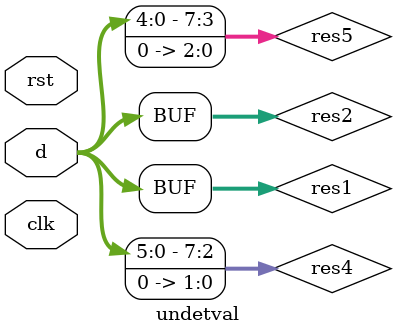
<source format=v>
module undetval(input clk, input rst, input [7:0] d);

reg [7:0] r0;
reg [7:0] r1;
reg [7:0] r2;
reg [7:0] r3;
reg [7:0] r4;


wire [7:0] res1;
wire [7:0] res2;
wire [7:0] res3;
wire [7:0] res4;
wire [7:0] res5;

assign res1 = d;
assign res2 = d;
assign res3 = d + 1;
assign res4 = d << 2;
assign res5 = d << 3;


always @(posedge clk) begin 
  r0 <= res1 + 1;
  r1 <= res2 + 2;
  r2 <= res3 + 3;
  r3 <= res4 + 4;
  r4 <= res5 + 5;
end

endmodule
</source>
